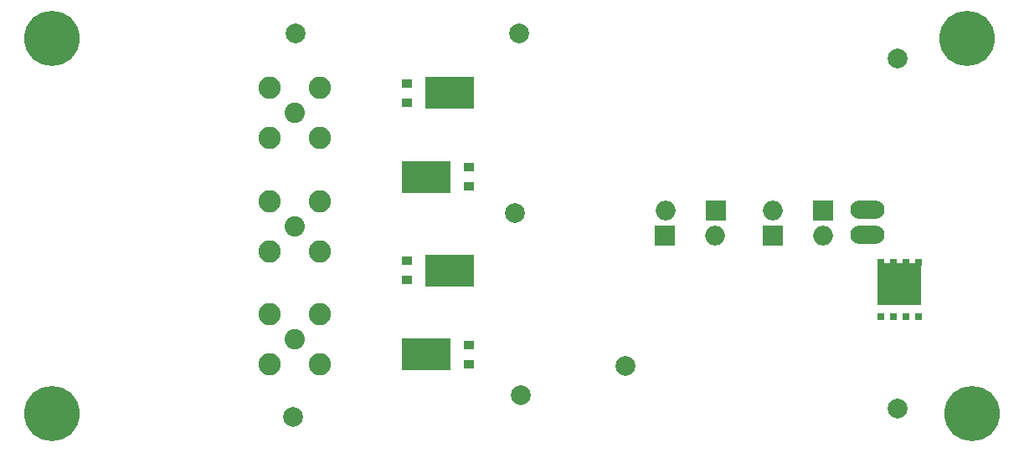
<source format=gbr>
%TF.GenerationSoftware,KiCad,Pcbnew,(5.1.8)-1*%
%TF.CreationDate,2020-11-17T00:12:26-08:00*%
%TF.ProjectId,WPT_RX,5750545f-5258-42e6-9b69-6361645f7063,rev?*%
%TF.SameCoordinates,Original*%
%TF.FileFunction,Soldermask,Bot*%
%TF.FilePolarity,Negative*%
%FSLAX46Y46*%
G04 Gerber Fmt 4.6, Leading zero omitted, Abs format (unit mm)*
G04 Created by KiCad (PCBNEW (5.1.8)-1) date 2020-11-17 00:12:26*
%MOMM*%
%LPD*%
G01*
G04 APERTURE LIST*
%ADD10R,2.000000X2.000000*%
%ADD11O,2.000000X2.000000*%
%ADD12R,1.000000X0.950000*%
%ADD13R,4.900000X3.200000*%
%ADD14C,2.250000*%
%ADD15C,2.050000*%
%ADD16O,3.479800X1.841500*%
%ADD17R,0.700000X0.800000*%
%ADD18R,4.500000X4.290000*%
%ADD19C,2.000000*%
%ADD20C,5.600000*%
G04 APERTURE END LIST*
D10*
%TO.C,R9*%
X185000000Y-120900000D03*
D11*
X179920000Y-120900000D03*
%TD*%
D10*
%TO.C,R12*%
X174100000Y-120900000D03*
D11*
X169020000Y-120900000D03*
%TD*%
D10*
%TO.C,R13*%
X179900000Y-123500000D03*
D11*
X184980000Y-123500000D03*
%TD*%
D10*
%TO.C,R14*%
X169000000Y-123500000D03*
D11*
X174080000Y-123500000D03*
%TD*%
D12*
%TO.C,D1*%
X142850000Y-126030000D03*
D13*
X147200000Y-127000000D03*
D12*
X142850000Y-127970000D03*
%TD*%
%TO.C,D2*%
X149150000Y-136470000D03*
D13*
X144800000Y-135500000D03*
D12*
X149150000Y-134530000D03*
%TD*%
%TO.C,D3*%
X142850000Y-108030000D03*
D13*
X147200000Y-109000000D03*
D12*
X142850000Y-109970000D03*
%TD*%
%TO.C,D4*%
X149150000Y-118470000D03*
D13*
X144800000Y-117500000D03*
D12*
X149150000Y-116530000D03*
%TD*%
D14*
%TO.C,J3*%
X128960000Y-125040000D03*
X128960000Y-119960000D03*
X134040000Y-119960000D03*
X134040000Y-125040000D03*
D15*
X131500000Y-122500000D03*
%TD*%
D14*
%TO.C,J4*%
X128960000Y-113540000D03*
X128960000Y-108460000D03*
X134040000Y-108460000D03*
X134040000Y-113540000D03*
D15*
X131500000Y-111000000D03*
%TD*%
%TO.C,J5*%
X131500000Y-134000000D03*
D14*
X134040000Y-136540000D03*
X134040000Y-131460000D03*
X128960000Y-131460000D03*
X128960000Y-136540000D03*
%TD*%
D16*
%TO.C,J8*%
X189480000Y-120830000D03*
X189480000Y-123370000D03*
%TD*%
D17*
%TO.C,Q1*%
X194610000Y-131650000D03*
X193340000Y-131650000D03*
X192060000Y-131650000D03*
X190790000Y-131650000D03*
X190790000Y-126150000D03*
X192060000Y-126150000D03*
X193340000Y-126150000D03*
X194610000Y-126150000D03*
D18*
X192700000Y-128400000D03*
%TD*%
D19*
%TO.C,TP1*%
X154200000Y-103000000D03*
%TD*%
%TO.C,TP2*%
X131600000Y-103000000D03*
%TD*%
%TO.C,TP3*%
X131400000Y-141800000D03*
%TD*%
%TO.C,TP4*%
X153800000Y-121200000D03*
%TD*%
%TO.C,TP5*%
X154400000Y-139600000D03*
%TD*%
%TO.C,TP6*%
X192500000Y-105500000D03*
%TD*%
%TO.C,TP7*%
X192500000Y-141000000D03*
%TD*%
%TO.C,TP8*%
X165000000Y-136700000D03*
%TD*%
D20*
%TO.C,H1*%
X199500000Y-103500000D03*
%TD*%
%TO.C,H2*%
X200000000Y-141500000D03*
%TD*%
%TO.C,H3*%
X107000000Y-103500000D03*
%TD*%
%TO.C,H4*%
X107000000Y-141500000D03*
%TD*%
M02*

</source>
